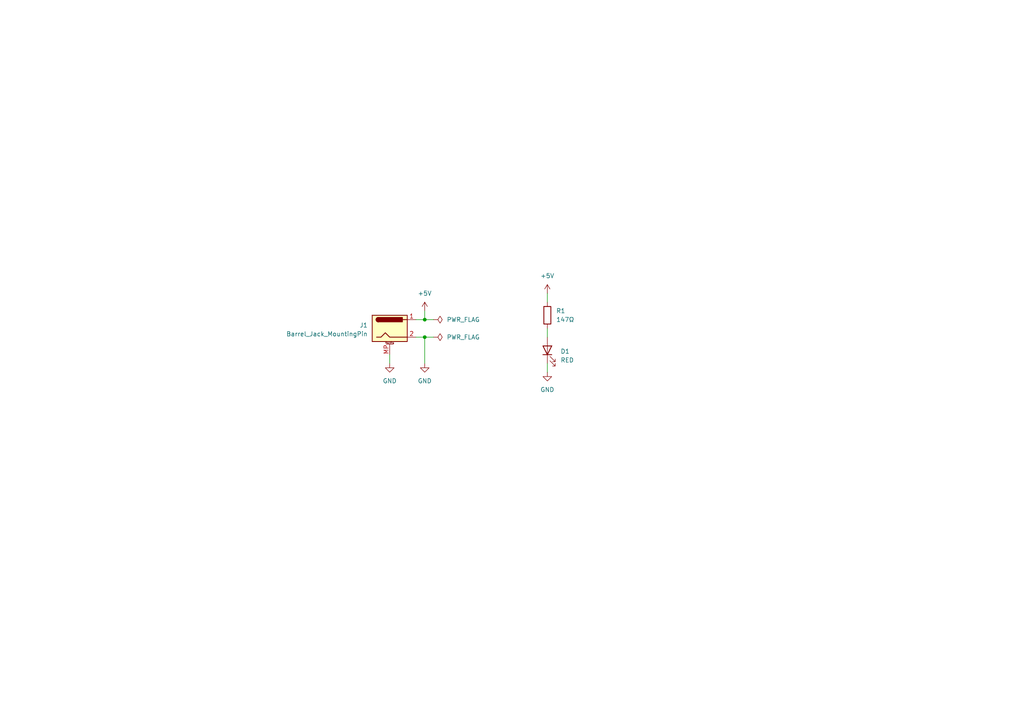
<source format=kicad_sch>
(kicad_sch (version 20250114) (generator "eeschema") (generator_version "9.0")
  (paper "A4")
  (lib_symbols
    (symbol "Connector:Barrel_Jack_MountingPin" (pin_names (hide yes))
      (property "Reference" "J" (at 0 5.334 0))
      (property "Value" "Barrel_Jack_MountingPin" (at 1.27 -6.35 0))
      (symbol "Barrel_Jack_MountingPin_0_1"
        (rectangle (start -5.08 3.81) (end 5.08 -3.81) (stroke (width 0.254)) (fill (type background)))
        (polyline (pts (xy -3.81 -2.54) (xy -2.54 -2.54) (xy -1.27 -1.27) (xy 0 -2.54) (xy 2.54 -2.54) (xy 5.08 -2.54)) (stroke (width 0.254)))
        (arc (start -3.302 1.905) (mid -3.9343 2.54) (end -3.302 3.175) (stroke (width 0.254)))
        (arc (start -3.302 1.905) (mid -3.9343 2.54) (end -3.302 3.175) (stroke (width 0.254)) (fill (type outline)))
        (rectangle (start 3.683 3.175) (end -3.302 1.905) (stroke (width 0.254)) (fill (type outline)))
        (polyline (pts (xy 5.08 2.54) (xy 3.81 2.54)) (stroke (width 0.254)))
      )
      (symbol "Barrel_Jack_MountingPin_1_1"
        (polyline (pts (xy -1.016 -4.572) (xy 1.016 -4.572)) (stroke (width 0.1524)))
        (text "Mounting" (at 0 -4.191 0) (effects (font (size 0.381 0.381))))
        (pin passive line (at 0 -7.62 90) (length 3.048) (name "MountPin") (number "MP"))
        (pin passive line (at 7.62 2.54 180) (length 2.54) (name "~") (number "1"))
        (pin passive line (at 7.62 -2.54 180) (length 2.54) (name "~") (number "2"))
      )
    )
    (symbol "Device:LED" (pin_numbers (hide yes)) (pin_names (offset 1.016) (hide yes))
      (property "Reference" "D" (at 0 2.54 0))
      (property "Value" "LED" (at 0 -2.54 0))
      (symbol "LED_0_1"
        (polyline (pts (xy -3.048 -0.762) (xy -4.572 -2.286) (xy -3.81 -2.286) (xy -4.572 -2.286) (xy -4.572 -1.524)))
        (polyline (pts (xy -1.778 -0.762) (xy -3.302 -2.286) (xy -2.54 -2.286) (xy -3.302 -2.286) (xy -3.302 -1.524)))
        (polyline (pts (xy -1.27 0) (xy 1.27 0)))
        (polyline (pts (xy -1.27 -1.27) (xy -1.27 1.27)) (stroke (width 0.254)))
        (polyline (pts (xy 1.27 -1.27) (xy 1.27 1.27) (xy -1.27 0) (xy 1.27 -1.27)) (stroke (width 0.254)))
      )
      (symbol "LED_1_1"
        (pin passive line (at -3.81 0 0) (length 2.54) (name "K") (number "1"))
        (pin passive line (at 3.81 0 180) (length 2.54) (name "A") (number "2"))
      )
    )
    (symbol "Device:R" (pin_numbers (hide yes)) (pin_names (offset 0))
      (property "Reference" "R" (at 2.032 0 90))
      (property "Value" "R" (at 0 0 90))
      (symbol "R_0_1"
        (rectangle (start -1.016 -2.54) (end 1.016 2.54) (stroke (width 0.254)))
      )
      (symbol "R_1_1"
        (pin passive line (at 0 3.81 270) (length 1.27) (name "~") (number "1"))
        (pin passive line (at 0 -3.81 90) (length 1.27) (name "~") (number "2"))
      )
    )
    (symbol "power:+5V" (power) (pin_numbers (hide yes)) (pin_names (offset 0) (hide yes))
      (property "Value" "+5V" (at 0 3.556 0))
      (symbol "+5V_0_1"
        (polyline (pts (xy -0.762 1.27) (xy 0 2.54)))
        (polyline (pts (xy 0 2.54) (xy 0.762 1.27)))
        (polyline (pts (xy 0 0) (xy 0 2.54)))
      )
      (symbol "+5V_1_1"
        (pin power_in line (at 0 0 90) (length 0) (name "~") (number "1"))
      )
    )
    (symbol "power:GND" (power) (pin_numbers (hide yes)) (pin_names (offset 0) (hide yes))
      (property "Value" "GND" (at 0 -3.81 0))
      (symbol "GND_0_1"
        (polyline (pts (xy 0 0) (xy 0 -1.27) (xy 1.27 -1.27) (xy 0 -2.54) (xy -1.27 -1.27) (xy 0 -1.27)))
      )
      (symbol "GND_1_1"
        (pin power_in line (at 0 0 270) (length 0) (name "~") (number "1"))
      )
    )
    (symbol "power:PWR_FLAG" (power) (pin_numbers (hide yes)) (pin_names (offset 0) (hide yes))
      (property "Value" "PWR_FLAG" (at 0 3.81 0))
      (symbol "PWR_FLAG_0_0"
        (pin power_out line (at 0 0 90) (length 0) (name "~") (number "1"))
      )
      (symbol "PWR_FLAG_0_1"
        (polyline (pts (xy 0 0) (xy 0 1.27) (xy -1.016 1.905) (xy 0 2.54) (xy 1.016 1.905) (xy 0 1.27)))
      )
    )
  )
  (junction (at 123.19 92.71))
  (junction (at 123.19 97.79))
  (wire (pts (xy 120.65 97.79) (xy 123.19 97.79)))
  (wire (pts (xy 123.19 90.17) (xy 123.19 92.71)))
  (wire (pts (xy 123.19 97.79) (xy 125.73 97.79)))
  (wire (pts (xy 123.19 97.79) (xy 123.19 105.41)))
  (wire (pts (xy 123.19 92.71) (xy 125.73 92.71)))
  (wire (pts (xy 113.03 102.87) (xy 113.03 105.41)))
  (wire (pts (xy 158.75 95.25) (xy 158.75 97.79)))
  (wire (pts (xy 120.65 92.71) (xy 123.19 92.71)))
  (wire (pts (xy 158.75 85.09) (xy 158.75 87.63)))
  (wire (pts (xy 158.75 105.41) (xy 158.75 107.95)))
  (symbol (lib_id "Device:R") (at 158.75 91.44 0) (unit 1)
    (property "Reference" "R1" (at 161.29 90.1699 0) (effects (justify left)))
    (property "Value" "147Ω" (at 161.29 92.7099 0) (effects (justify left)))
    (property "Footprint" "Resistor_THT:R_Axial_DIN0207_L6.3mm_D2.5mm_P10.16mm_Horizontal" (effects (hide yes)))
    (property "Description" "Resistor" (effects (hide yes)))
    (property "Mouser No" "594-MBB02070C1470FC1" (effects (hide yes)))
    (property "Mfr. No" "MBB02070C1470FC100" (effects (hide yes)))
    (property "Mfr." "Vishay / Beyschlag" (effects (hide yes)))
  )
  (symbol (lib_id "power:GND") (at 113.03 105.41 0) (unit 1)
    (property "Reference" "#PWR03" (effects (hide yes)))
    (property "Value" "GND" (at 113.03 110.49 0))
    (property "Description" "Power symbol creates a global label with name \"GND\" , ground" (effects (hide yes)))
  )
  (symbol (lib_id "Connector:Barrel_Jack_MountingPin") (at 113.03 95.25 0) (unit 1)
    (property "Reference" "J1" (at 106.68 94.3355 0) (effects (justify right)))
    (property "Value" "Barrel_Jack_MountingPin" (at 106.68 96.8755 0) (effects (justify right)))
    (property "Footprint" "Connector_BarrelJack:BarrelJack_CUI_PJ-063AH_Horizontal" (effects (hide yes)))
    (property "Description" "DC Barrel Jack with a mounting pin" (effects (hide yes)))
    (property "Mouser No" "490-PJ-063AH" (effects (hide yes)))
    (property "Mfr. No" "PJ-063AH" (effects (hide yes)))
    (property "Mfr." "CUI Devices" (effects (hide yes)))
  )
  (symbol (lib_id "power:+5V") (at 123.19 90.17 0) (unit 1)
    (property "Reference" "#PWR05" (effects (hide yes)))
    (property "Value" "+5V" (at 123.19 85.09 0))
    (property "Description" "Power symbol creates a global label with name \"+5V\"" (effects (hide yes)))
  )
  (symbol (lib_id "power:+5V") (at 158.75 85.09 0) (unit 1)
    (property "Reference" "#PWR02" (effects (hide yes)))
    (property "Value" "+5V" (at 158.75 80.01 0))
    (property "Description" "Power symbol creates a global label with name \"+5V\"" (effects (hide yes)))
  )
  (symbol (lib_id "power:PWR_FLAG") (at 125.73 97.79 270) (unit 1)
    (property "Reference" "#FLG01" (effects (hide yes)))
    (property "Value" "PWR_FLAG" (at 129.54 97.7899 90) (effects (justify left)))
    (property "Description" "Special symbol for telling ERC where power comes from" (effects (hide yes)))
  )
  (symbol (lib_id "power:PWR_FLAG") (at 125.73 92.71 270) (unit 1)
    (property "Reference" "#FLG02" (effects (hide yes)))
    (property "Value" "PWR_FLAG" (at 129.54 92.7099 90) (effects (justify left)))
    (property "Description" "Special symbol for telling ERC where power comes from" (effects (hide yes)))
  )
  (symbol (lib_id "power:GND") (at 123.19 105.41 0) (unit 1)
    (property "Reference" "#PWR04" (effects (hide yes)))
    (property "Value" "GND" (at 123.19 110.49 0))
    (property "Description" "Power symbol creates a global label with name \"GND\" , ground" (effects (hide yes)))
  )
  (symbol (lib_id "Device:LED") (at 158.75 101.6 90) (unit 1)
    (property "Reference" "D1" (at 162.56 101.9174 90) (effects (justify right)))
    (property "Value" "RED" (at 162.56 104.4574 90) (effects (justify right)))
    (property "Footprint" "LED_THT:LED_D5.0mm" (effects (hide yes)))
    (property "Description" "Light emitting diode" (effects (hide yes)))
    (property "Mouser No" "710-151051RS11000" (effects (hide yes)))
    (property "Mfr. No" "151051RS11000" (effects (hide yes)))
    (property "Mfr." "Wurth Elektronik" (effects (hide yes)))
    (property "Sim.Pins" "1=K 2=A" (effects (hide yes)))
  )
  (symbol (lib_id "power:GND") (at 158.75 107.95 0) (unit 1)
    (property "Reference" "#PWR01" (effects (hide yes)))
    (property "Value" "GND" (at 158.75 113.03 0))
    (property "Description" "Power symbol creates a global label with name \"GND\" , ground" (effects (hide yes)))
  )
)
</source>
